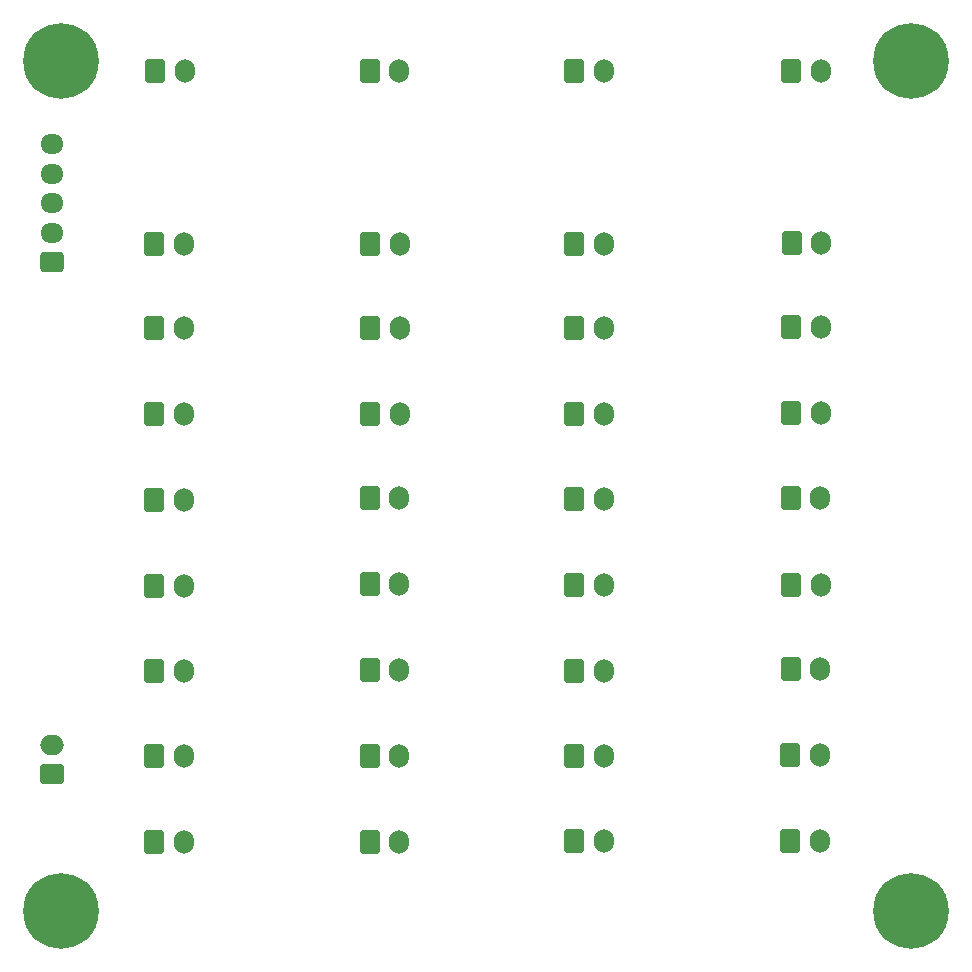
<source format=gbr>
%TF.GenerationSoftware,KiCad,Pcbnew,9.0.3*%
%TF.CreationDate,2025-07-24T13:36:42+02:00*%
%TF.ProjectId,LED-driver-Board,4c45442d-6472-4697-9665-722d426f6172,rev?*%
%TF.SameCoordinates,Original*%
%TF.FileFunction,Soldermask,Bot*%
%TF.FilePolarity,Negative*%
%FSLAX46Y46*%
G04 Gerber Fmt 4.6, Leading zero omitted, Abs format (unit mm)*
G04 Created by KiCad (PCBNEW 9.0.3) date 2025-07-24 13:36:42*
%MOMM*%
%LPD*%
G01*
G04 APERTURE LIST*
G04 Aperture macros list*
%AMRoundRect*
0 Rectangle with rounded corners*
0 $1 Rounding radius*
0 $2 $3 $4 $5 $6 $7 $8 $9 X,Y pos of 4 corners*
0 Add a 4 corners polygon primitive as box body*
4,1,4,$2,$3,$4,$5,$6,$7,$8,$9,$2,$3,0*
0 Add four circle primitives for the rounded corners*
1,1,$1+$1,$2,$3*
1,1,$1+$1,$4,$5*
1,1,$1+$1,$6,$7*
1,1,$1+$1,$8,$9*
0 Add four rect primitives between the rounded corners*
20,1,$1+$1,$2,$3,$4,$5,0*
20,1,$1+$1,$4,$5,$6,$7,0*
20,1,$1+$1,$6,$7,$8,$9,0*
20,1,$1+$1,$8,$9,$2,$3,0*%
G04 Aperture macros list end*
%ADD10C,6.400000*%
%ADD11RoundRect,0.250000X-0.600000X-0.750000X0.600000X-0.750000X0.600000X0.750000X-0.600000X0.750000X0*%
%ADD12O,1.700000X2.000000*%
%ADD13RoundRect,0.250000X0.725000X-0.600000X0.725000X0.600000X-0.725000X0.600000X-0.725000X-0.600000X0*%
%ADD14O,1.950000X1.700000*%
%ADD15RoundRect,0.250000X0.750000X-0.600000X0.750000X0.600000X-0.750000X0.600000X-0.750000X-0.600000X0*%
%ADD16O,2.000000X1.700000*%
G04 APERTURE END LIST*
D10*
%TO.C,H1*%
X74000000Y-65000000D03*
%TD*%
D11*
%TO.C,J27*%
X135810000Y-94805000D03*
D12*
X138310000Y-94805000D03*
%TD*%
D11*
%TO.C,J36*%
X135840000Y-65870000D03*
D12*
X138340000Y-65870000D03*
%TD*%
D11*
%TO.C,J32*%
X135735000Y-131105000D03*
D12*
X138235000Y-131105000D03*
%TD*%
D11*
%TO.C,J15*%
X100130000Y-123875000D03*
D12*
X102630000Y-123875000D03*
%TD*%
D11*
%TO.C,J3*%
X81900000Y-94950000D03*
D12*
X84400000Y-94950000D03*
%TD*%
D11*
%TO.C,J25*%
X135860000Y-80480000D03*
D12*
X138360000Y-80480000D03*
%TD*%
D10*
%TO.C,H3*%
X74000000Y-137000000D03*
%TD*%
D11*
%TO.C,J7*%
X81900000Y-123900000D03*
D12*
X84400000Y-123900000D03*
%TD*%
D11*
%TO.C,J5*%
X81900000Y-109450000D03*
D12*
X84400000Y-109450000D03*
%TD*%
D11*
%TO.C,J30*%
X135785000Y-116530000D03*
D12*
X138285000Y-116530000D03*
%TD*%
D11*
%TO.C,J29*%
X135810000Y-109380000D03*
D12*
X138310000Y-109380000D03*
%TD*%
D11*
%TO.C,J31*%
X135760000Y-123805000D03*
D12*
X138260000Y-123805000D03*
%TD*%
D11*
%TO.C,J24*%
X117440000Y-131110000D03*
D12*
X119940000Y-131110000D03*
%TD*%
D11*
%TO.C,J35*%
X117470000Y-65840000D03*
D12*
X119970000Y-65840000D03*
%TD*%
D11*
%TO.C,J12*%
X100155000Y-102050000D03*
D12*
X102655000Y-102050000D03*
%TD*%
D11*
%TO.C,J26*%
X135835000Y-87555000D03*
D12*
X138335000Y-87555000D03*
%TD*%
D11*
%TO.C,J8*%
X81900000Y-131175000D03*
D12*
X84400000Y-131175000D03*
%TD*%
D10*
%TO.C,H4*%
X146000000Y-137000000D03*
%TD*%
D11*
%TO.C,J20*%
X117440000Y-102110000D03*
D12*
X119940000Y-102110000D03*
%TD*%
D10*
%TO.C,H2*%
X146000000Y-65000000D03*
%TD*%
D11*
%TO.C,J18*%
X117440000Y-87635000D03*
D12*
X119940000Y-87635000D03*
%TD*%
D11*
%TO.C,J1*%
X81900000Y-80525000D03*
D12*
X84400000Y-80525000D03*
%TD*%
D13*
%TO.C,J103*%
X73210000Y-82080000D03*
D14*
X73210000Y-79580000D03*
X73210000Y-77080000D03*
X73210000Y-74580000D03*
X73210000Y-72080000D03*
%TD*%
D11*
%TO.C,J10*%
X100180000Y-87625000D03*
D12*
X102680000Y-87625000D03*
%TD*%
D11*
%TO.C,J17*%
X117440000Y-80485000D03*
D12*
X119940000Y-80485000D03*
%TD*%
D11*
%TO.C,J21*%
X117440000Y-109360000D03*
D12*
X119940000Y-109360000D03*
%TD*%
D11*
%TO.C,J19*%
X117440000Y-94885000D03*
D12*
X119940000Y-94885000D03*
%TD*%
D11*
%TO.C,J6*%
X81900000Y-116675000D03*
D12*
X84400000Y-116675000D03*
%TD*%
D11*
%TO.C,J22*%
X117440000Y-116660000D03*
D12*
X119940000Y-116660000D03*
%TD*%
D11*
%TO.C,J28*%
X135785000Y-102005000D03*
D12*
X138285000Y-102005000D03*
%TD*%
D11*
%TO.C,J13*%
X100130000Y-109350000D03*
D12*
X102630000Y-109350000D03*
%TD*%
D11*
%TO.C,J33*%
X81990000Y-65910000D03*
D12*
X84490000Y-65910000D03*
%TD*%
D11*
%TO.C,J2*%
X81900000Y-87650000D03*
D12*
X84400000Y-87650000D03*
%TD*%
D11*
%TO.C,J34*%
X100160000Y-65890000D03*
D12*
X102660000Y-65890000D03*
%TD*%
D11*
%TO.C,J23*%
X117440000Y-123835000D03*
D12*
X119940000Y-123835000D03*
%TD*%
D11*
%TO.C,J14*%
X100130000Y-116625000D03*
D12*
X102630000Y-116625000D03*
%TD*%
D15*
%TO.C,J102*%
X73210000Y-125400000D03*
D16*
X73210000Y-122900000D03*
%TD*%
D11*
%TO.C,J11*%
X100180000Y-94875000D03*
D12*
X102680000Y-94875000D03*
%TD*%
D11*
%TO.C,J9*%
X100180000Y-80525000D03*
D12*
X102680000Y-80525000D03*
%TD*%
D11*
%TO.C,J4*%
X81900000Y-102225000D03*
D12*
X84400000Y-102225000D03*
%TD*%
D11*
%TO.C,J16*%
X100155000Y-131125000D03*
D12*
X102655000Y-131125000D03*
%TD*%
M02*

</source>
